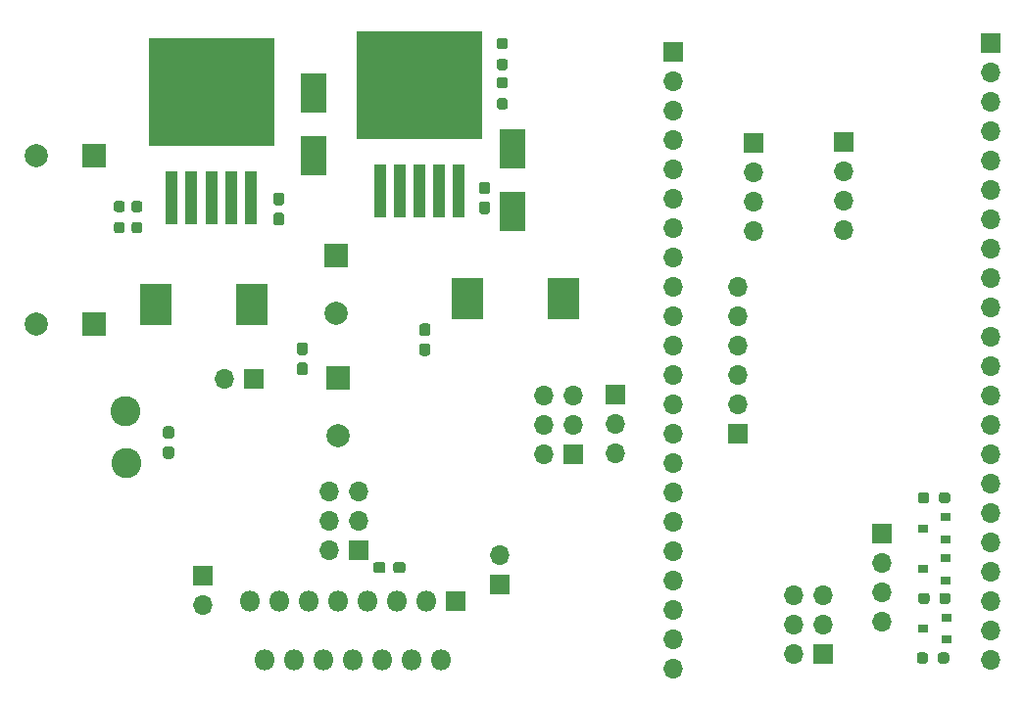
<source format=gbr>
G04 #@! TF.GenerationSoftware,KiCad,Pcbnew,5.1.9*
G04 #@! TF.CreationDate,2021-04-04T11:54:02+02:00*
G04 #@! TF.ProjectId,Robot volledig,526f626f-7420-4766-9f6c-6c656469672e,rev?*
G04 #@! TF.SameCoordinates,Original*
G04 #@! TF.FileFunction,Soldermask,Bot*
G04 #@! TF.FilePolarity,Negative*
%FSLAX46Y46*%
G04 Gerber Fmt 4.6, Leading zero omitted, Abs format (unit mm)*
G04 Created by KiCad (PCBNEW 5.1.9) date 2021-04-04 11:54:02*
%MOMM*%
%LPD*%
G01*
G04 APERTURE LIST*
%ADD10R,1.700000X1.700000*%
%ADD11O,1.700000X1.700000*%
%ADD12R,1.100000X4.600000*%
%ADD13R,10.800000X9.400000*%
%ADD14C,2.000000*%
%ADD15R,2.000000X2.000000*%
%ADD16C,2.600000*%
%ADD17R,2.700000X3.600000*%
%ADD18R,1.800000X1.800000*%
%ADD19O,1.800000X1.800000*%
%ADD20R,2.300000X3.500000*%
%ADD21R,0.900000X0.800000*%
G04 APERTURE END LIST*
D10*
X181102000Y-102362000D03*
D11*
X181102000Y-99822000D03*
X181102000Y-97282000D03*
X181102000Y-94742000D03*
X181102000Y-92202000D03*
X181102000Y-89662000D03*
D12*
X139036000Y-81936240D03*
X137336000Y-81936240D03*
X135636000Y-81936240D03*
X133936000Y-81936240D03*
X132236000Y-81936240D03*
D13*
X135636000Y-72786240D03*
D14*
X120496320Y-78282800D03*
D15*
X125496320Y-78282800D03*
D10*
X148341080Y-112400080D03*
D11*
X145801080Y-112400080D03*
X148341080Y-109860080D03*
X145801080Y-109860080D03*
X148341080Y-107320080D03*
X145801080Y-107320080D03*
G36*
G01*
X131715500Y-103424700D02*
X132190500Y-103424700D01*
G75*
G02*
X132428000Y-103662200I0J-237500D01*
G01*
X132428000Y-104262200D01*
G75*
G02*
X132190500Y-104499700I-237500J0D01*
G01*
X131715500Y-104499700D01*
G75*
G02*
X131478000Y-104262200I0J237500D01*
G01*
X131478000Y-103662200D01*
G75*
G02*
X131715500Y-103424700I237500J0D01*
G01*
G37*
G36*
G01*
X131715500Y-101699700D02*
X132190500Y-101699700D01*
G75*
G02*
X132428000Y-101937200I0J-237500D01*
G01*
X132428000Y-102537200D01*
G75*
G02*
X132190500Y-102774700I-237500J0D01*
G01*
X131715500Y-102774700D01*
G75*
G02*
X131478000Y-102537200I0J237500D01*
G01*
X131478000Y-101937200D01*
G75*
G02*
X131715500Y-101699700I237500J0D01*
G01*
G37*
G36*
G01*
X151351500Y-114145500D02*
X151351500Y-113670500D01*
G75*
G02*
X151589000Y-113433000I237500J0D01*
G01*
X152189000Y-113433000D01*
G75*
G02*
X152426500Y-113670500I0J-237500D01*
G01*
X152426500Y-114145500D01*
G75*
G02*
X152189000Y-114383000I-237500J0D01*
G01*
X151589000Y-114383000D01*
G75*
G02*
X151351500Y-114145500I0J237500D01*
G01*
G37*
G36*
G01*
X149626500Y-114145500D02*
X149626500Y-113670500D01*
G75*
G02*
X149864000Y-113433000I237500J0D01*
G01*
X150464000Y-113433000D01*
G75*
G02*
X150701500Y-113670500I0J-237500D01*
G01*
X150701500Y-114145500D01*
G75*
G02*
X150464000Y-114383000I-237500J0D01*
G01*
X149864000Y-114383000D01*
G75*
G02*
X149626500Y-114145500I0J237500D01*
G01*
G37*
G36*
G01*
X153864300Y-94532500D02*
X154339300Y-94532500D01*
G75*
G02*
X154576800Y-94770000I0J-237500D01*
G01*
X154576800Y-95370000D01*
G75*
G02*
X154339300Y-95607500I-237500J0D01*
G01*
X153864300Y-95607500D01*
G75*
G02*
X153626800Y-95370000I0J237500D01*
G01*
X153626800Y-94770000D01*
G75*
G02*
X153864300Y-94532500I237500J0D01*
G01*
G37*
G36*
G01*
X153864300Y-92807500D02*
X154339300Y-92807500D01*
G75*
G02*
X154576800Y-93045000I0J-237500D01*
G01*
X154576800Y-93645000D01*
G75*
G02*
X154339300Y-93882500I-237500J0D01*
G01*
X153864300Y-93882500D01*
G75*
G02*
X153626800Y-93645000I0J237500D01*
G01*
X153626800Y-93045000D01*
G75*
G02*
X153864300Y-92807500I237500J0D01*
G01*
G37*
G36*
G01*
X143747500Y-95533500D02*
X143272500Y-95533500D01*
G75*
G02*
X143035000Y-95296000I0J237500D01*
G01*
X143035000Y-94696000D01*
G75*
G02*
X143272500Y-94458500I237500J0D01*
G01*
X143747500Y-94458500D01*
G75*
G02*
X143985000Y-94696000I0J-237500D01*
G01*
X143985000Y-95296000D01*
G75*
G02*
X143747500Y-95533500I-237500J0D01*
G01*
G37*
G36*
G01*
X143747500Y-97258500D02*
X143272500Y-97258500D01*
G75*
G02*
X143035000Y-97021000I0J237500D01*
G01*
X143035000Y-96421000D01*
G75*
G02*
X143272500Y-96183500I237500J0D01*
G01*
X143747500Y-96183500D01*
G75*
G02*
X143985000Y-96421000I0J-237500D01*
G01*
X143985000Y-97021000D01*
G75*
G02*
X143747500Y-97258500I-237500J0D01*
G01*
G37*
D15*
X146558000Y-97536000D03*
D14*
X146558000Y-102536000D03*
X146430000Y-91900000D03*
D15*
X146430000Y-86900000D03*
X125500000Y-92830000D03*
D14*
X120500000Y-92830000D03*
D16*
X128193800Y-100375720D03*
X128270000Y-104902000D03*
D10*
X139278360Y-97607120D03*
D11*
X136738360Y-97607120D03*
D10*
X190246000Y-77089000D03*
D11*
X190246000Y-79629000D03*
X190246000Y-82169000D03*
X190246000Y-84709000D03*
X182499000Y-84836000D03*
X182499000Y-82296000D03*
X182499000Y-79756000D03*
D10*
X182499000Y-77216000D03*
D11*
X160538160Y-112857280D03*
D10*
X160538160Y-115397280D03*
X134874000Y-114630200D03*
D11*
X134874000Y-117170200D03*
D17*
X139150000Y-91200000D03*
X130850000Y-91200000D03*
X166110560Y-90637360D03*
X157810560Y-90637360D03*
G36*
G01*
X197657540Y-107641380D02*
X197657540Y-108116380D01*
G75*
G02*
X197420040Y-108353880I-237500J0D01*
G01*
X196920040Y-108353880D01*
G75*
G02*
X196682540Y-108116380I0J237500D01*
G01*
X196682540Y-107641380D01*
G75*
G02*
X196920040Y-107403880I237500J0D01*
G01*
X197420040Y-107403880D01*
G75*
G02*
X197657540Y-107641380I0J-237500D01*
G01*
G37*
G36*
G01*
X199482540Y-107641380D02*
X199482540Y-108116380D01*
G75*
G02*
X199245040Y-108353880I-237500J0D01*
G01*
X198745040Y-108353880D01*
G75*
G02*
X198507540Y-108116380I0J237500D01*
G01*
X198507540Y-107641380D01*
G75*
G02*
X198745040Y-107403880I237500J0D01*
G01*
X199245040Y-107403880D01*
G75*
G02*
X199482540Y-107641380I0J-237500D01*
G01*
G37*
G36*
G01*
X199520000Y-116348500D02*
X199520000Y-116823500D01*
G75*
G02*
X199282500Y-117061000I-237500J0D01*
G01*
X198782500Y-117061000D01*
G75*
G02*
X198545000Y-116823500I0J237500D01*
G01*
X198545000Y-116348500D01*
G75*
G02*
X198782500Y-116111000I237500J0D01*
G01*
X199282500Y-116111000D01*
G75*
G02*
X199520000Y-116348500I0J-237500D01*
G01*
G37*
G36*
G01*
X197695000Y-116348500D02*
X197695000Y-116823500D01*
G75*
G02*
X197457500Y-117061000I-237500J0D01*
G01*
X196957500Y-117061000D01*
G75*
G02*
X196720000Y-116823500I0J237500D01*
G01*
X196720000Y-116348500D01*
G75*
G02*
X196957500Y-116111000I237500J0D01*
G01*
X197457500Y-116111000D01*
G75*
G02*
X197695000Y-116348500I0J-237500D01*
G01*
G37*
G36*
G01*
X197569900Y-121494540D02*
X197569900Y-121969540D01*
G75*
G02*
X197332400Y-122207040I-237500J0D01*
G01*
X196832400Y-122207040D01*
G75*
G02*
X196594900Y-121969540I0J237500D01*
G01*
X196594900Y-121494540D01*
G75*
G02*
X196832400Y-121257040I237500J0D01*
G01*
X197332400Y-121257040D01*
G75*
G02*
X197569900Y-121494540I0J-237500D01*
G01*
G37*
G36*
G01*
X199394900Y-121494540D02*
X199394900Y-121969540D01*
G75*
G02*
X199157400Y-122207040I-237500J0D01*
G01*
X198657400Y-122207040D01*
G75*
G02*
X198419900Y-121969540I0J237500D01*
G01*
X198419900Y-121494540D01*
G75*
G02*
X198657400Y-121257040I237500J0D01*
G01*
X199157400Y-121257040D01*
G75*
G02*
X199394900Y-121494540I0J-237500D01*
G01*
G37*
G36*
G01*
X127937500Y-83175000D02*
X127462500Y-83175000D01*
G75*
G02*
X127225000Y-82937500I0J237500D01*
G01*
X127225000Y-82437500D01*
G75*
G02*
X127462500Y-82200000I237500J0D01*
G01*
X127937500Y-82200000D01*
G75*
G02*
X128175000Y-82437500I0J-237500D01*
G01*
X128175000Y-82937500D01*
G75*
G02*
X127937500Y-83175000I-237500J0D01*
G01*
G37*
G36*
G01*
X127937500Y-85000000D02*
X127462500Y-85000000D01*
G75*
G02*
X127225000Y-84762500I0J237500D01*
G01*
X127225000Y-84262500D01*
G75*
G02*
X127462500Y-84025000I237500J0D01*
G01*
X127937500Y-84025000D01*
G75*
G02*
X128175000Y-84262500I0J-237500D01*
G01*
X128175000Y-84762500D01*
G75*
G02*
X127937500Y-85000000I-237500J0D01*
G01*
G37*
G36*
G01*
X128982460Y-82203460D02*
X129457460Y-82203460D01*
G75*
G02*
X129694960Y-82440960I0J-237500D01*
G01*
X129694960Y-82940960D01*
G75*
G02*
X129457460Y-83178460I-237500J0D01*
G01*
X128982460Y-83178460D01*
G75*
G02*
X128744960Y-82940960I0J237500D01*
G01*
X128744960Y-82440960D01*
G75*
G02*
X128982460Y-82203460I237500J0D01*
G01*
G37*
G36*
G01*
X128982460Y-84028460D02*
X129457460Y-84028460D01*
G75*
G02*
X129694960Y-84265960I0J-237500D01*
G01*
X129694960Y-84765960D01*
G75*
G02*
X129457460Y-85003460I-237500J0D01*
G01*
X128982460Y-85003460D01*
G75*
G02*
X128744960Y-84765960I0J237500D01*
G01*
X128744960Y-84265960D01*
G75*
G02*
X128982460Y-84028460I237500J0D01*
G01*
G37*
G36*
G01*
X160544500Y-69917500D02*
X161019500Y-69917500D01*
G75*
G02*
X161257000Y-70155000I0J-237500D01*
G01*
X161257000Y-70655000D01*
G75*
G02*
X161019500Y-70892500I-237500J0D01*
G01*
X160544500Y-70892500D01*
G75*
G02*
X160307000Y-70655000I0J237500D01*
G01*
X160307000Y-70155000D01*
G75*
G02*
X160544500Y-69917500I237500J0D01*
G01*
G37*
G36*
G01*
X160544500Y-68092500D02*
X161019500Y-68092500D01*
G75*
G02*
X161257000Y-68330000I0J-237500D01*
G01*
X161257000Y-68830000D01*
G75*
G02*
X161019500Y-69067500I-237500J0D01*
G01*
X160544500Y-69067500D01*
G75*
G02*
X160307000Y-68830000I0J237500D01*
G01*
X160307000Y-68330000D01*
G75*
G02*
X160544500Y-68092500I237500J0D01*
G01*
G37*
G36*
G01*
X160544500Y-71498000D02*
X161019500Y-71498000D01*
G75*
G02*
X161257000Y-71735500I0J-237500D01*
G01*
X161257000Y-72235500D01*
G75*
G02*
X161019500Y-72473000I-237500J0D01*
G01*
X160544500Y-72473000D01*
G75*
G02*
X160307000Y-72235500I0J237500D01*
G01*
X160307000Y-71735500D01*
G75*
G02*
X160544500Y-71498000I237500J0D01*
G01*
G37*
G36*
G01*
X160544500Y-73323000D02*
X161019500Y-73323000D01*
G75*
G02*
X161257000Y-73560500I0J-237500D01*
G01*
X161257000Y-74060500D01*
G75*
G02*
X161019500Y-74298000I-237500J0D01*
G01*
X160544500Y-74298000D01*
G75*
G02*
X160307000Y-74060500I0J237500D01*
G01*
X160307000Y-73560500D01*
G75*
G02*
X160544500Y-73323000I237500J0D01*
G01*
G37*
D13*
X153651000Y-72163240D03*
D12*
X150251000Y-81313240D03*
X151951000Y-81313240D03*
X153651000Y-81313240D03*
X155351000Y-81313240D03*
X157051000Y-81313240D03*
D18*
X156718000Y-116840000D03*
D19*
X155448000Y-121920000D03*
X154178000Y-116840000D03*
X152908000Y-121920000D03*
X151638000Y-116840000D03*
X150368000Y-121920000D03*
X149098000Y-116840000D03*
X147828000Y-121920000D03*
X146558000Y-116840000D03*
X145288000Y-121920000D03*
X144018000Y-116840000D03*
X142748000Y-121920000D03*
X141478000Y-116840000D03*
X140208000Y-121920000D03*
X138938000Y-116840000D03*
D20*
X144470120Y-78298040D03*
X144470120Y-72898040D03*
X161700000Y-77700000D03*
X161700000Y-83100000D03*
D21*
X197136000Y-119192000D03*
X199136000Y-120142000D03*
X199136000Y-118242000D03*
X197119240Y-110510320D03*
X199119240Y-111460320D03*
X199119240Y-109560320D03*
X199120000Y-113096000D03*
X199120000Y-114996000D03*
X197120000Y-114046000D03*
D10*
X170550840Y-98988880D03*
D11*
X170550840Y-101528880D03*
X170550840Y-104068880D03*
D10*
X166878000Y-104140000D03*
D11*
X164338000Y-104140000D03*
X166878000Y-101600000D03*
X164338000Y-101600000D03*
X166878000Y-99060000D03*
X164338000Y-99060000D03*
D10*
X188468000Y-121412000D03*
D11*
X185928000Y-121412000D03*
X188468000Y-118872000D03*
X185928000Y-118872000D03*
X188468000Y-116332000D03*
X185928000Y-116332000D03*
G36*
G01*
X141715500Y-84304500D02*
X141240500Y-84304500D01*
G75*
G02*
X141003000Y-84067000I0J237500D01*
G01*
X141003000Y-83467000D01*
G75*
G02*
X141240500Y-83229500I237500J0D01*
G01*
X141715500Y-83229500D01*
G75*
G02*
X141953000Y-83467000I0J-237500D01*
G01*
X141953000Y-84067000D01*
G75*
G02*
X141715500Y-84304500I-237500J0D01*
G01*
G37*
G36*
G01*
X141715500Y-82579500D02*
X141240500Y-82579500D01*
G75*
G02*
X141003000Y-82342000I0J237500D01*
G01*
X141003000Y-81742000D01*
G75*
G02*
X141240500Y-81504500I237500J0D01*
G01*
X141715500Y-81504500D01*
G75*
G02*
X141953000Y-81742000I0J-237500D01*
G01*
X141953000Y-82342000D01*
G75*
G02*
X141715500Y-82579500I-237500J0D01*
G01*
G37*
G36*
G01*
X159020500Y-82266500D02*
X159495500Y-82266500D01*
G75*
G02*
X159733000Y-82504000I0J-237500D01*
G01*
X159733000Y-83104000D01*
G75*
G02*
X159495500Y-83341500I-237500J0D01*
G01*
X159020500Y-83341500D01*
G75*
G02*
X158783000Y-83104000I0J237500D01*
G01*
X158783000Y-82504000D01*
G75*
G02*
X159020500Y-82266500I237500J0D01*
G01*
G37*
G36*
G01*
X159020500Y-80541500D02*
X159495500Y-80541500D01*
G75*
G02*
X159733000Y-80779000I0J-237500D01*
G01*
X159733000Y-81379000D01*
G75*
G02*
X159495500Y-81616500I-237500J0D01*
G01*
X159020500Y-81616500D01*
G75*
G02*
X158783000Y-81379000I0J237500D01*
G01*
X158783000Y-80779000D01*
G75*
G02*
X159020500Y-80541500I237500J0D01*
G01*
G37*
D10*
X193548000Y-110998000D03*
D11*
X193548000Y-113538000D03*
X193548000Y-116078000D03*
X193548000Y-118618000D03*
D10*
X175514000Y-69342000D03*
D11*
X175514000Y-71882000D03*
X175514000Y-74422000D03*
X175514000Y-76962000D03*
X175514000Y-79502000D03*
X175514000Y-82042000D03*
X175514000Y-84582000D03*
X175514000Y-87122000D03*
X175514000Y-89662000D03*
X175514000Y-92202000D03*
X175514000Y-94742000D03*
X175514000Y-97282000D03*
X175514000Y-99822000D03*
X175514000Y-102362000D03*
X175514000Y-104902000D03*
X175514000Y-107442000D03*
X175514000Y-109982000D03*
X175514000Y-112522000D03*
X175514000Y-115062000D03*
X175514000Y-117602000D03*
X175514000Y-120142000D03*
X175514000Y-122682000D03*
X202946000Y-121920000D03*
X202946000Y-119380000D03*
X202946000Y-116840000D03*
X202946000Y-114300000D03*
X202946000Y-111760000D03*
X202946000Y-109220000D03*
X202946000Y-106680000D03*
X202946000Y-104140000D03*
X202946000Y-101600000D03*
X202946000Y-99060000D03*
X202946000Y-96520000D03*
X202946000Y-93980000D03*
X202946000Y-91440000D03*
X202946000Y-88900000D03*
X202946000Y-86360000D03*
X202946000Y-83820000D03*
X202946000Y-81280000D03*
X202946000Y-78740000D03*
X202946000Y-76200000D03*
X202946000Y-73660000D03*
X202946000Y-71120000D03*
D10*
X202946000Y-68580000D03*
M02*

</source>
